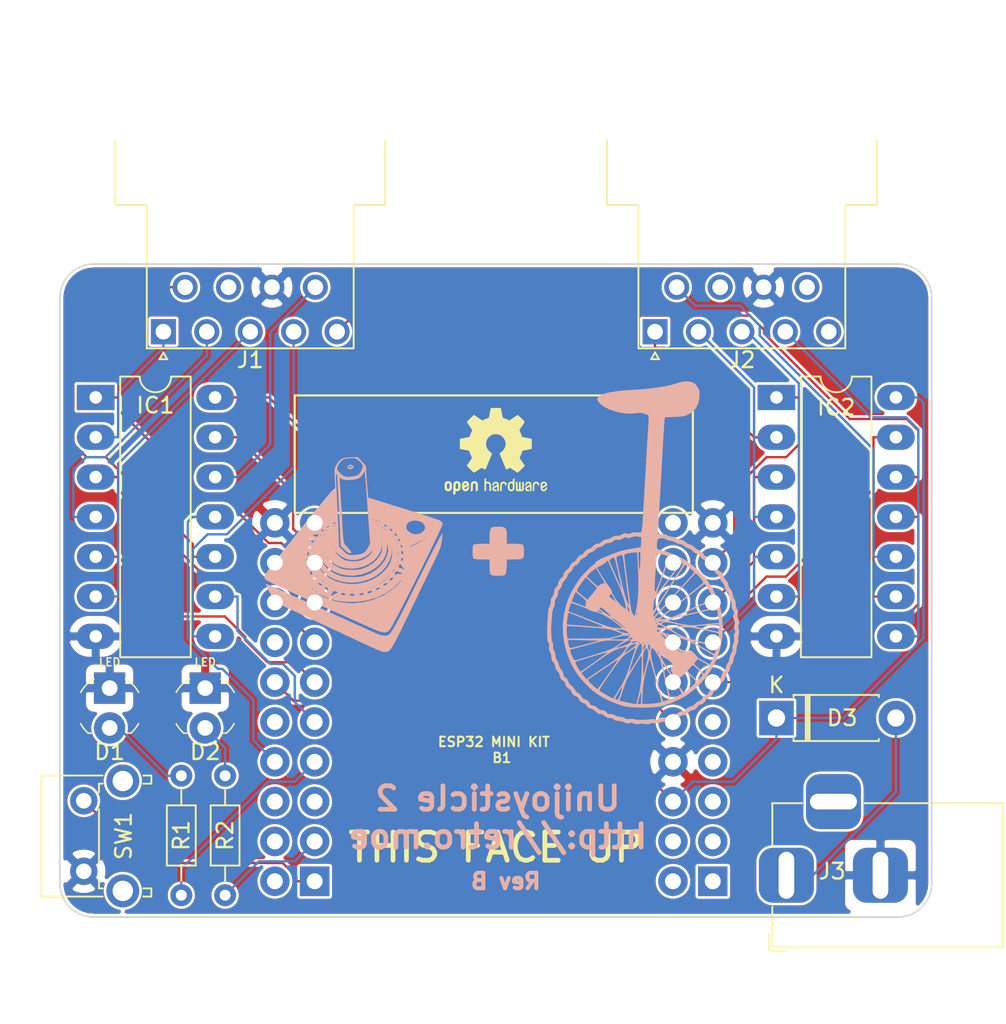
<source format=kicad_pcb>
(kicad_pcb (version 20171130) (host pcbnew "(5.1.0-0)")
  (title_block (title Unijoysticle) (date 2019-03-13) (rev v0.0.1))
  (layers (0 F.Cu signal) (31 B.Cu signal) (34 B.Paste user) (35 F.Paste user) (36 B.SilkS user) (37 F.SilkS user) (38 B.Mask user) (39 F.Mask user) (44 Edge.Cuts user))
  (net 0 "")
  (net 1 GND)
  (net 2 GPIO_J1POTX)
  (net 3 GPIO_J1DOWN)
  (net 4 GPIO_J1UP)
  (net 5 GPIO_J1POTY)
  (net 6 GPIO_J2LEFT)
  (net 7 GPIO_J2FIRE)
  (net 8 GPIO_J2RIGHT)
  (net 9 GPIO_J2DOWN)
  (net 10 GPIO_J2UP)
  (net 11 GPIO_J1FIRE)
  (net 12 GPIO_J1RIGHT)
  (net 13 GPIO_J1LEFT)
  (net 14 J1UP)
  (net 15 J1LEFT)
  (net 16 J1DOWN)
  (net 17 J1RIGHT)
  (net 18 J1POTX)
  (net 19 J1POTY)
  (net 20 J1FIRE)
  (net 21 J2UP)
  (net 22 J2LEFT)
  (net 23 J2DOWN)
  (net 24 J2RIGHT)
  (net 25 J2FIRE)
  (net 26 "Net-(D1-Pad2)")
  (net 27 "Net-(B1-Pad11)")
  (net 28 "Net-(B1-Pad39)")
  (net 29 "Net-(B1-Pad36)")
  (net 30 "Net-(B1-Pad3)")
  (net 31 "Net-(B1-Pad15)")
  (net 32 "Net-(B1-Pad7)")
  (net 33 "Net-(B1-Pad8)")
  (net 34 "Net-(B1-Pad6)")
  (net 35 VDD)
  (net 36 "Net-(B1-Pad4)")
  (net 37 "Net-(B1-Pad34)")
  (net 38 "Net-(B1-Pad22)")
  (net 39 "Net-(B1-Pad21)")
  (net 40 "Net-(J1-Pad7)")
  (net 41 "Net-(J2-Pad5)")
  (net 42 "Net-(J2-Pad7)")
  (net 43 "Net-(J2-Pad9)")
  (net 44 GPIO_SWITCH_JOY)
  (net 45 GPIO_J1LED)
  (net 46 GPIO_J2LED)
  (net 47 "Net-(D2-Pad2)")
  (net 48 "Net-(D3-Pad2)")
  (net 49 "Net-(B1-Pad35)")
  (net 50 "Net-(B1-Pad9)")
  (module Symbol:OSHW-Logo2_7.3x6mm_SilkScreen (layer F.Cu) (at 142.621 86.868)
    (fp_text reference REF** hide)
    (fp_text value OSHW-Logo2_7.3x6mm_SilkScreen hide)
  )
  (module Unijoysticle:BarrelJack_Horizontal (layer F.Cu) (at 161.163 113.919 180)
    (fp_text reference J3 (at -2.921 0.254 180) (layer F.SilkS))
    (fp_text value Barrel_Jack)
    (pad 3 thru_hole roundrect (at -3 4.7 180) (size 3.5 3.5) (drill oval 3 1) (layers *.Cu *.Mask))
    (pad 2 thru_hole roundrect (at -6 0 180) (size 3.5 3.5) (drill oval 1 3) (layers *.Cu *.Mask) (net 1 GND))
    (pad 1 thru_hole roundrect (at 0 0 180) (size 3.5 3.5) (drill oval 1 3) (layers *.Cu *.Mask) (net 48 "Net-(D3-Pad2)"))
  )
  (module Unijoysticle:MH-ET_LIVE_MINIKIT_ESP32 (layer F.Cu) (at 127.254 123.19)
    (fp_text reference B1 (at 15.748 -16.764) (layer F.SilkS) (effects (font (size 0.6096 0.6096) (thickness 0.127))))
    (fp_text value "ESP32 MINI KIT" (at 15.24 -17.78) (layer F.SilkS) (effects (font (size 0.6096 0.6096) (thickness 0.127))))
    (pad 6 thru_hole rect (at 29.21 -8.89) (size 1.8796 1.8796) (drill 1.016) (layers *.Cu *.Mask) (net 34 "Net-(B1-Pad6)"))
    (pad 8 thru_hole circle (at 29.21 -11.43) (size 1.8796 1.8796) (drill 1.016) (layers *.Cu *.Mask) (net 33 "Net-(B1-Pad8)"))
    (pad "" thru_hole circle (at 29.21 -13.97) (size 1.8796 1.8796) (drill 1.016) (layers *.Cu *.Mask))
    (pad 0 thru_hole circle (at 29.21 -16.51) (size 1.8796 1.8796) (drill 1.016) (layers *.Cu *.Mask))
    (pad 4 thru_hole circle (at 29.21 -19.05) (size 1.8796 1.8796) (drill 1.016) (layers *.Cu *.Mask) (net 36 "Net-(B1-Pad4)"))
    (pad 12 thru_hole circle (at 29.21 -21.59) (size 1.8796 1.8796) (drill 1.016) (layers *.Cu *.Mask) (net 7 GPIO_J2FIRE))
    (pad 32 thru_hole circle (at 29.21 -24.13) (size 1.8796 1.8796) (drill 1.016) (layers *.Cu *.Mask) (net 6 GPIO_J2LEFT))
    (pad 25 thru_hole circle (at 29.21 -26.67) (size 1.8796 1.8796) (drill 1.016) (layers *.Cu *.Mask) (net 9 GPIO_J2DOWN))
    (pad 27 thru_hole circle (at 29.21 -29.21) (size 1.8796 1.8796) (drill 1.016) (layers *.Cu *.Mask) (net 10 GPIO_J2UP))
    (pad 1 thru_hole circle (at 29.21 -31.75) (size 1.8796 1.8796) (drill 1.016) (layers *.Cu *.Mask) (net 1 GND))
    (pad 7 thru_hole circle (at 26.67 -8.89) (size 1.8796 1.8796) (drill 1.016) (layers *.Cu *.Mask) (net 32 "Net-(B1-Pad7)"))
    (pad 15 thru_hole circle (at 26.67 -11.43) (size 1.8796 1.8796) (drill 1.016) (layers *.Cu *.Mask) (net 31 "Net-(B1-Pad15)"))
    (pad 2 thru_hole circle (at 26.67 -13.97) (size 1.8796 1.8796) (drill 1.016) (layers *.Cu *.Mask) (net 35 VDD))
    (pad 1 thru_hole circle (at 26.67 -16.51) (size 1.8796 1.8796) (drill 1.016) (layers *.Cu *.Mask) (net 1 GND))
    (pad 16 thru_hole circle (at 26.67 -19.05) (size 1.8796 1.8796) (drill 1.016) (layers *.Cu *.Mask) (net 5 GPIO_J1POTY))
    (pad 17 thru_hole circle (at 26.67 -21.59) (size 1.8796 1.8796) (drill 1.016) (layers *.Cu *.Mask) (net 8 GPIO_J2RIGHT))
    (pad 21 thru_hole circle (at 26.67 -24.13) (size 1.8796 1.8796) (drill 1.016) (layers *.Cu *.Mask) (net 39 "Net-(B1-Pad21)"))
    (pad 22 thru_hole circle (at 26.67 -26.67) (size 1.8796 1.8796) (drill 1.016) (layers *.Cu *.Mask) (net 38 "Net-(B1-Pad22)"))
    (pad 3 thru_hole circle (at 26.67 -29.21) (size 1.8796 1.8796) (drill 1.016) (layers *.Cu *.Mask) (net 30 "Net-(B1-Pad3)"))
    (pad "" thru_hole circle (at 26.67 -31.75) (size 1.8796 1.8796) (drill 1.016) (layers *.Cu *.Mask))
    (pad "" thru_hole circle (at 3.81 -31.75) (size 1.8796 1.8796) (drill 1.016) (layers *.Cu *.Mask))
    (pad 36 thru_hole circle (at 3.81 -29.21) (size 1.8796 1.8796) (drill 1.016) (layers *.Cu *.Mask) (net 29 "Net-(B1-Pad36)"))
    (pad 26 thru_hole circle (at 3.81 -26.67) (size 1.8796 1.8796) (drill 1.016) (layers *.Cu *.Mask) (net 4 GPIO_J1UP))
    (pad 18 thru_hole circle (at 3.81 -24.13) (size 1.8796 1.8796) (drill 1.016) (layers *.Cu *.Mask) (net 3 GPIO_J1DOWN))
    (pad 19 thru_hole circle (at 3.81 -21.59) (size 1.8796 1.8796) (drill 1.016) (layers *.Cu *.Mask) (net 13 GPIO_J1LEFT))
    (pad 23 thru_hole circle (at 3.81 -19.05) (size 1.8796 1.8796) (drill 1.016) (layers *.Cu *.Mask) (net 12 GPIO_J1RIGHT))
    (pad 5 thru_hole circle (at 3.81 -16.51) (size 1.8796 1.8796) (drill 1.016) (layers *.Cu *.Mask) (net 45 GPIO_J1LED))
    (pad "" thru_hole circle (at 3.81 -13.97) (size 1.8796 1.8796) (drill 1.016) (layers *.Cu *.Mask))
    (pad 13 thru_hole circle (at 3.81 -11.43) (size 1.8796 1.8796) (drill 1.016) (layers *.Cu *.Mask) (net 46 GPIO_J2LED))
    (pad 10 thru_hole rect (at 3.81 -8.89) (size 1.8796 1.8796) (drill 1.016) (layers *.Cu *.Mask) (net 44 GPIO_SWITCH_JOY))
    (pad 1 thru_hole circle (at 1.27 -31.75) (size 1.8796 1.8796) (drill 1.016) (layers *.Cu *.Mask) (net 1 GND))
    (pad "" thru_hole circle (at 1.27 -29.21) (size 1.8796 1.8796) (drill 1.016) (layers *.Cu *.Mask))
    (pad 39 thru_hole circle (at 1.27 -26.67) (size 1.8796 1.8796) (drill 1.016) (layers *.Cu *.Mask) (net 28 "Net-(B1-Pad39)"))
    (pad 35 thru_hole circle (at 1.27 -24.13) (size 1.8796 1.8796) (drill 1.016) (layers *.Cu *.Mask) (net 49 "Net-(B1-Pad35)"))
    (pad 33 thru_hole circle (at 1.27 -21.59) (size 1.8796 1.8796) (drill 1.016) (layers *.Cu *.Mask) (net 2 GPIO_J1POTX))
    (pad 34 thru_hole circle (at 1.27 -19.05) (size 1.8796 1.8796) (drill 1.016) (layers *.Cu *.Mask) (net 37 "Net-(B1-Pad34)"))
    (pad 14 thru_hole circle (at 1.27 -16.51) (size 1.8796 1.8796) (drill 1.016) (layers *.Cu *.Mask) (net 11 GPIO_J1FIRE))
    (pad "" thru_hole circle (at 1.27 -13.97) (size 1.8796 1.8796) (drill 1.016) (layers *.Cu *.Mask))
    (pad 9 thru_hole circle (at 1.27 -11.43) (size 1.8796 1.8796) (drill 1.016) (layers *.Cu *.Mask) (net 50 "Net-(B1-Pad9)"))
    (pad 11 thru_hole circle (at 1.27 -8.89) (size 1.8796 1.8796) (drill 1.016) (layers *.Cu *.Mask) (net 27 "Net-(B1-Pad11)"))
  )
  (module Diode_THT:D_DO-41_SOD81_P7.62mm_Horizontal (layer F.Cu) (at 160.528 103.886)
    (fp_text reference D3 (at 4.191 0) (layer F.SilkS))
    (fp_text value 1N4001)
    (fp_text user K (at 0 -2.1) (layer F.SilkS))
    (pad 2 thru_hole oval (at 7.62 0) (size 2.2 2.2) (drill 1.1) (layers *.Cu *.Mask) (net 48 "Net-(D3-Pad2)"))
    (pad 1 thru_hole rect (at 0 0) (size 2.2 2.2) (drill 1.1) (layers *.Cu *.Mask) (net 35 VDD))
  )
  (module Resistor_THT:R_Axial_DIN0204_L3.6mm_D1.6mm_P7.62mm_Horizontal (layer F.Cu) (at 125.349 115.189 90)
    (fp_text reference R2 (at 3.81 0 90) (layer F.SilkS))
    (fp_text value 100)
    (pad 2 thru_hole oval (at 7.62 0 90) (size 1.4 1.4) (drill 0.7) (layers *.Cu *.Mask) (net 47 "Net-(D2-Pad2)"))
    (pad 1 thru_hole circle (at 0 0 90) (size 1.4 1.4) (drill 0.7) (layers *.Cu *.Mask) (net 46 GPIO_J2LED))
  )
  (module Resistor_THT:R_Axial_DIN0204_L3.6mm_D1.6mm_P7.62mm_Horizontal (layer F.Cu) (at 122.555 115.189 90)
    (fp_text reference R1 (at 3.81 0 90) (layer F.SilkS))
    (fp_text value 100)
    (pad 2 thru_hole oval (at 7.62 0 90) (size 1.4 1.4) (drill 0.7) (layers *.Cu *.Mask) (net 26 "Net-(D1-Pad2)"))
    (pad 1 thru_hole circle (at 0 0 90) (size 1.4 1.4) (drill 0.7) (layers *.Cu *.Mask) (net 45 GPIO_J1LED))
  )
  (module digikey-footprints:LED_3mm_Radial (layer F.Cu) (at 117.983 104.521 270)
    (fp_text reference D1 (at 1.524 0) (layer F.SilkS))
    (fp_text value LED (at -4.191 0) (layer F.SilkS) (effects (font (size 0.5 0.5) (thickness 0.1))))
    (pad 2 thru_hole circle (at 0 0 270) (size 2 2) (drill 1) (layers *.Cu *.Mask) (net 26 "Net-(D1-Pad2)"))
    (pad 1 thru_hole rect (at -2.54 0 270) (size 2 2) (drill 1) (layers *.Cu *.Mask) (net 1 GND))
  )
  (module Button_Switch_THT:SW_Tactile_SPST_Angled_PTS645Vx39-2LFS (layer F.Cu) (at 116.332 113.665 90)
    (fp_text reference SW1 (at 2.25 2.54 90) (layer F.SilkS))
    (fp_text value SW_Push)
    (pad "" thru_hole circle (at 5.76 2.49 90) (size 2.1 2.1) (drill 1.3) (layers *.Cu *.Mask))
    (pad 2 thru_hole circle (at 4.5 0 90) (size 1.75 1.75) (drill 0.99) (layers *.Cu *.Mask) (net 44 GPIO_SWITCH_JOY))
    (pad 1 thru_hole circle (at 0 0 90) (size 1.75 1.75) (drill 0.99) (layers *.Cu *.Mask) (net 1 GND))
    (pad "" thru_hole circle (at -1.25 2.49 90) (size 2.1 2.1) (drill 1.3) (layers *.Cu *.Mask))
  )
  (module Connector_Dsub:DSUB-9_Female_Horizontal_P2.77x2.84mm_EdgePinOffset9.40mm (layer F.Cu) (at 121.412 79.248 180)
    (fp_text reference J1 (at -5.54 -1.8 180) (layer F.SilkS))
    (fp_text value DB9_Female)
    (pad 1 thru_hole rect (at 0 0 180) (size 1.6 1.6) (drill 1) (layers *.Cu *.Mask) (net 14 J1UP))
    (pad 2 thru_hole circle (at -2.77 0 180) (size 1.6 1.6) (drill 1) (layers *.Cu *.Mask) (net 16 J1DOWN))
    (pad 3 thru_hole circle (at -5.54 0 180) (size 1.6 1.6) (drill 1) (layers *.Cu *.Mask) (net 15 J1LEFT))
    (pad 4 thru_hole circle (at -8.31 0 180) (size 1.6 1.6) (drill 1) (layers *.Cu *.Mask) (net 17 J1RIGHT))
    (pad 5 thru_hole circle (at -11.08 0 180) (size 1.6 1.6) (drill 1) (layers *.Cu *.Mask) (net 19 J1POTY))
    (pad 6 thru_hole circle (at -1.385 2.84 180) (size 1.6 1.6) (drill 1) (layers *.Cu *.Mask) (net 20 J1FIRE))
    (pad 7 thru_hole circle (at -4.155 2.84 180) (size 1.6 1.6) (drill 1) (layers *.Cu *.Mask) (net 40 "Net-(J1-Pad7)"))
    (pad 8 thru_hole circle (at -6.925 2.84 180) (size 1.6 1.6) (drill 1) (layers *.Cu *.Mask) (net 1 GND))
    (pad 9 thru_hole circle (at -9.695 2.84 180) (size 1.6 1.6) (drill 1) (layers *.Cu *.Mask) (net 18 J1POTX))
  )
  (module Package_DIP:DIP-14_W7.62mm_LongPads (layer F.Cu) (at 160.528 83.439)
    (fp_text reference IC2 (at 3.81 0.635) (layer F.SilkS))
    (fp_text value 7405)
    (pad 14 thru_hole oval (at 7.62 0) (size 2.4 1.6) (drill 0.8) (layers *.Cu *.Mask) (net 35 VDD))
    (pad 7 thru_hole oval (at 0 15.24) (size 2.4 1.6) (drill 0.8) (layers *.Cu *.Mask) (net 1 GND))
    (pad 13 thru_hole oval (at 7.62 2.54) (size 2.4 1.6) (drill 0.8) (layers *.Cu *.Mask) (net 5 GPIO_J1POTY))
    (pad 6 thru_hole oval (at 0 12.7) (size 2.4 1.6) (drill 0.8) (layers *.Cu *.Mask) (net 22 J2LEFT))
    (pad 12 thru_hole oval (at 7.62 5.08) (size 2.4 1.6) (drill 0.8) (layers *.Cu *.Mask) (net 19 J1POTY))
    (pad 5 thru_hole oval (at 0 10.16) (size 2.4 1.6) (drill 0.8) (layers *.Cu *.Mask) (net 6 GPIO_J2LEFT))
    (pad 11 thru_hole oval (at 7.62 7.62) (size 2.4 1.6) (drill 0.8) (layers *.Cu *.Mask) (net 7 GPIO_J2FIRE))
    (pad 4 thru_hole oval (at 0 7.62) (size 2.4 1.6) (drill 0.8) (layers *.Cu *.Mask) (net 23 J2DOWN))
    (pad 10 thru_hole oval (at 7.62 10.16) (size 2.4 1.6) (drill 0.8) (layers *.Cu *.Mask) (net 25 J2FIRE))
    (pad 3 thru_hole oval (at 0 5.08) (size 2.4 1.6) (drill 0.8) (layers *.Cu *.Mask) (net 9 GPIO_J2DOWN))
    (pad 9 thru_hole oval (at 7.62 12.7) (size 2.4 1.6) (drill 0.8) (layers *.Cu *.Mask) (net 8 GPIO_J2RIGHT))
    (pad 2 thru_hole oval (at 0 2.54) (size 2.4 1.6) (drill 0.8) (layers *.Cu *.Mask) (net 21 J2UP))
    (pad 8 thru_hole oval (at 7.62 15.24) (size 2.4 1.6) (drill 0.8) (layers *.Cu *.Mask) (net 24 J2RIGHT))
    (pad 1 thru_hole rect (at 0 0) (size 2.4 1.6) (drill 0.8) (layers *.Cu *.Mask) (net 10 GPIO_J2UP))
  )
  (module Package_DIP:DIP-14_W7.62mm_LongPads (layer F.Cu) (at 117.094 83.439)
    (fp_text reference IC1 (at 3.81 0.508) (layer F.SilkS))
    (fp_text value 7405)
    (pad 1 thru_hole rect (at 0 0) (size 2.4 1.6) (drill 0.8) (layers *.Cu *.Mask) (net 4 GPIO_J1UP))
    (pad 8 thru_hole oval (at 7.62 15.24) (size 2.4 1.6) (drill 0.8) (layers *.Cu *.Mask) (net 17 J1RIGHT))
    (pad 2 thru_hole oval (at 0 2.54) (size 2.4 1.6) (drill 0.8) (layers *.Cu *.Mask) (net 14 J1UP))
    (pad 9 thru_hole oval (at 7.62 12.7) (size 2.4 1.6) (drill 0.8) (layers *.Cu *.Mask) (net 12 GPIO_J1RIGHT))
    (pad 3 thru_hole oval (at 0 5.08) (size 2.4 1.6) (drill 0.8) (layers *.Cu *.Mask) (net 3 GPIO_J1DOWN))
    (pad 10 thru_hole oval (at 7.62 10.16) (size 2.4 1.6) (drill 0.8) (layers *.Cu *.Mask) (net 20 J1FIRE))
    (pad 4 thru_hole oval (at 0 7.62) (size 2.4 1.6) (drill 0.8) (layers *.Cu *.Mask) (net 16 J1DOWN))
    (pad 11 thru_hole oval (at 7.62 7.62) (size 2.4 1.6) (drill 0.8) (layers *.Cu *.Mask) (net 11 GPIO_J1FIRE))
    (pad 5 thru_hole oval (at 0 10.16) (size 2.4 1.6) (drill 0.8) (layers *.Cu *.Mask) (net 13 GPIO_J1LEFT))
    (pad 12 thru_hole oval (at 7.62 5.08) (size 2.4 1.6) (drill 0.8) (layers *.Cu *.Mask) (net 18 J1POTX))
    (pad 6 thru_hole oval (at 0 12.7) (size 2.4 1.6) (drill 0.8) (layers *.Cu *.Mask) (net 15 J1LEFT))
    (pad 13 thru_hole oval (at 7.62 2.54) (size 2.4 1.6) (drill 0.8) (layers *.Cu *.Mask) (net 2 GPIO_J1POTX))
    (pad 7 thru_hole oval (at 0 15.24) (size 2.4 1.6) (drill 0.8) (layers *.Cu *.Mask) (net 1 GND))
    (pad 14 thru_hole oval (at 7.62 0) (size 2.4 1.6) (drill 0.8) (layers *.Cu *.Mask) (net 35 VDD))
  )
  (module digikey-footprints:LED_3mm_Radial (layer F.Cu) (at 124.079 104.521 270)
    (fp_text reference D2 (at 1.524 0) (layer F.SilkS))
    (fp_text value LED (at -4.191 0 180) (layer F.SilkS) (effects (font (size 0.5 0.5) (thickness 0.1))))
    (pad 2 thru_hole circle (at 0 0 270) (size 2 2) (drill 1) (layers *.Cu *.Mask) (net 47 "Net-(D2-Pad2)"))
    (pad 1 thru_hole rect (at -2.54 0 270) (size 2 2) (drill 1) (layers *.Cu *.Mask) (net 1 GND))
  )
  (module Connector_Dsub:DSUB-9_Female_Horizontal_P2.77x2.84mm_EdgePinOffset9.40mm (layer F.Cu) (at 152.781 79.248 180)
    (fp_text reference J2 (at -5.54 -1.8 180) (layer F.SilkS))
    (fp_text value DB9_Female)
    (pad 1 thru_hole rect (at 0 0 180) (size 1.6 1.6) (drill 1) (layers *.Cu *.Mask) (net 21 J2UP))
    (pad 2 thru_hole circle (at -2.77 0 180) (size 1.6 1.6) (drill 1) (layers *.Cu *.Mask) (net 23 J2DOWN))
    (pad 3 thru_hole circle (at -5.54 0 180) (size 1.6 1.6) (drill 1) (layers *.Cu *.Mask) (net 22 J2LEFT))
    (pad 4 thru_hole circle (at -8.31 0 180) (size 1.6 1.6) (drill 1) (layers *.Cu *.Mask) (net 24 J2RIGHT))
    (pad 5 thru_hole circle (at -11.08 0 180) (size 1.6 1.6) (drill 1) (layers *.Cu *.Mask) (net 41 "Net-(J2-Pad5)"))
    (pad 6 thru_hole circle (at -1.385 2.84 180) (size 1.6 1.6) (drill 1) (layers *.Cu *.Mask) (net 25 J2FIRE))
    (pad 7 thru_hole circle (at -4.155 2.84 180) (size 1.6 1.6) (drill 1) (layers *.Cu *.Mask) (net 42 "Net-(J2-Pad7)"))
    (pad 8 thru_hole circle (at -6.925 2.84 180) (size 1.6 1.6) (drill 1) (layers *.Cu *.Mask) (net 1 GND))
    (pad 9 thru_hole circle (at -9.695 2.84 180) (size 1.6 1.6) (drill 1) (layers *.Cu *.Mask) (net 43 "Net-(J2-Pad9)"))
  )
  (module Parts:unijoysticle_logo (layer B.Cu) (at 142.875 93.472 180)
    (fp_text reference G*** hide)
    (fp_text value LOGO hide)
  )
  (gr_text "Rev B" (at 143.256 114.3) (layer B.SilkS) (effects (font (size 1 1) (thickness 0.25)) (justify mirror)))
  (gr_arc (start 168.275 114.427) (end 168.275 116.586) (angle -90) (layer Edge.Cuts) (width 0.1))
  (gr_arc (start 116.967 114.427) (end 114.808 114.427) (angle -90) (layer Edge.Cuts) (width 0.1))
  (gr_arc (start 168.275 77.089) (end 170.434 77.089) (angle -90) (layer Edge.Cuts) (width 0.1))
  (gr_arc (start 116.967 77.089) (end 116.967 74.93) (angle -90) (layer Edge.Cuts) (width 0.1))
  (gr_text "THIS FACE UP" (at 142.621 112.141) (layer F.SilkS) (effects (font (size 1.8 1.8) (thickness 0.3))))
  (gr_text "Unijoysticle 2\nhttp://retro.moe" (at 142.748 110.236) (layer B.SilkS) (effects (font (size 1.5 1.5) (thickness 0.3)) (justify mirror)))
  (gr_line (start 116.967 116.586) (end 168.275 116.586) (layer Edge.Cuts) (width 0.1))
  (gr_line (start 114.808 77.089) (end 114.808 114.427) (layer Edge.Cuts) (width 0.1))
  (gr_line (start 168.275 74.93) (end 116.967 74.93) (layer Edge.Cuts) (width 0.1))
  (gr_line (start 170.434 77.089) (end 170.434 114.427) (layer Edge.Cuts) (width 0.1))
  (segment (start 124.714 85.979) (end 126.1429 85.979) (width 0.1524) (layer F.Cu) (net 2))
  (segment (start 126.1429 85.979) (end 129.6928 89.5289) (width 0.1524) (layer F.Cu) (net 2))
  (segment (start 129.6928 89.5289) (end 129.6928 91.8211) (width 0.1524) (layer F.Cu) (net 2))
  (segment (start 129.6928 91.8211) (end 130.5817 92.71) (width 0.1524) (layer F.Cu) (net 2))
  (segment (start 130.5817 92.71) (end 131.5105 92.71) (width 0.1524) (layer F.Cu) (net 2))
  (segment (start 131.5105 92.71) (end 132.2343 93.4338) (width 0.1524) (layer F.Cu) (net 2))
  (segment (start 132.2343 93.4338) (end 132.2343 102.1757) (width 0.1524) (layer F.Cu) (net 2))
  (segment (start 132.2343 102.1757) (end 131.6268 102.7832) (width 0.1524) (layer F.Cu) (net 2))
  (segment (start 131.6268 102.7832) (end 129.7072 102.7832) (width 0.1524) (layer F.Cu) (net 2))
  (segment (start 129.7072 102.7832) (end 128.524 101.6) (width 0.1524) (layer F.Cu) (net 2))
  (segment (start 117.094 88.519) (end 118.5229 88.519) (width 0.1524) (layer F.Cu) (net 3))
  (segment (start 118.5229 88.519) (end 118.5229 89.3228) (width 0.1524) (layer F.Cu) (net 3))
  (segment (start 118.5229 89.3228) (end 124.1743 94.9742) (width 0.1524) (layer F.Cu) (net 3))
  (segment (start 124.1743 94.9742) (end 125.4688 94.9742) (width 0.1524) (layer F.Cu) (net 3))
  (segment (start 125.4688 94.9742) (end 126.4481 95.9535) (width 0.1524) (layer F.Cu) (net 3))
  (segment (start 126.4481 95.9535) (end 126.4481 96.097) (width 0.1524) (layer F.Cu) (net 3))
  (segment (start 126.4481 96.097) (end 128.1411 97.79) (width 0.1524) (layer F.Cu) (net 3))
  (segment (start 128.1411 97.79) (end 129.794 97.79) (width 0.1524) (layer F.Cu) (net 3))
  (segment (start 129.794 97.79) (end 131.064 99.06) (width 0.1524) (layer F.Cu) (net 3))
  (segment (start 117.094 83.439) (end 118.5229 83.439) (width 0.1524) (layer F.Cu) (net 4))
  (segment (start 118.5229 83.439) (end 118.5229 84.2107) (width 0.1524) (layer F.Cu) (net 4))
  (segment (start 118.5229 84.2107) (end 124.1012 89.789) (width 0.1524) (layer F.Cu) (net 4))
  (segment (start 124.1012 89.789) (end 125.3049 89.789) (width 0.1524) (layer F.Cu) (net 4))
  (segment (start 125.3049 89.789) (end 126.143 90.6271) (width 0.1524) (layer F.Cu) (net 4))
  (segment (start 126.143 90.6271) (end 126.143 90.7431) (width 0.1524) (layer F.Cu) (net 4))
  (segment (start 126.143 90.7431) (end 128.1215 92.7216) (width 0.1524) (layer F.Cu) (net 4))
  (segment (start 128.1215 92.7216) (end 128.9355 92.7216) (width 0.1524) (layer F.Cu) (net 4))
  (segment (start 128.9355 92.7216) (end 129.794 93.5801) (width 0.1524) (layer F.Cu) (net 4))
  (segment (start 129.794 93.5801) (end 129.794 95.25) (width 0.1524) (layer F.Cu) (net 4))
  (segment (start 129.794 95.25) (end 131.064 96.52) (width 0.1524) (layer F.Cu) (net 4))
  (segment (start 168.148 85.979) (end 166.7191 85.979) (width 0.1524) (layer F.Cu) (net 5))
  (segment (start 166.7191 85.979) (end 166.7191 89.2813) (width 0.1524) (layer F.Cu) (net 5))
  (segment (start 166.7191 89.2813) (end 161.1314 94.869) (width 0.1524) (layer F.Cu) (net 5))
  (segment (start 161.1314 94.869) (end 159.8886 94.869) (width 0.1524) (layer F.Cu) (net 5))
  (segment (start 159.8886 94.869) (end 156.8664 97.8912) (width 0.1524) (layer F.Cu) (net 5))
  (segment (start 156.8664 97.8912) (end 155.957 97.8912) (width 0.1524) (layer F.Cu) (net 5))
  (segment (start 155.957 97.8912) (end 155.194 98.6542) (width 0.1524) (layer F.Cu) (net 5))
  (segment (start 155.194 98.6542) (end 155.194 99.4709) (width 0.1524) (layer F.Cu) (net 5))
  (segment (start 155.194 99.4709) (end 154.3347 100.3302) (width 0.1524) (layer F.Cu) (net 5))
  (segment (start 154.3347 100.3302) (end 153.5361 100.3302) (width 0.1524) (layer F.Cu) (net 5))
  (segment (start 153.5361 100.3302) (end 152.7372 101.1291) (width 0.1524) (layer F.Cu) (net 5))
  (segment (start 152.7372 101.1291) (end 152.7372 102.9532) (width 0.1524) (layer F.Cu) (net 5))
  (segment (start 152.7372 102.9532) (end 153.924 104.14) (width 0.1524) (layer F.Cu) (net 5))
  (segment (start 160.528 93.599) (end 159.0991 93.599) (width 0.1524) (layer B.Cu) (net 6))
  (segment (start 159.0991 93.599) (end 159.0991 96.4249) (width 0.1524) (layer B.Cu) (net 6))
  (segment (start 159.0991 96.4249) (end 156.464 99.06) (width 0.1524) (layer B.Cu) (net 6))
  (segment (start 168.148 91.059) (end 169.5769 91.059) (width 0.1524) (layer F.Cu) (net 7))
  (segment (start 169.5769 91.059) (end 169.5769 96.6269) (width 0.1524) (layer F.Cu) (net 7))
  (segment (start 169.5769 96.6269) (end 168.7948 97.409) (width 0.1524) (layer F.Cu) (net 7))
  (segment (start 168.7948 97.409) (end 167.2952 97.409) (width 0.1524) (layer F.Cu) (net 7))
  (segment (start 167.2952 97.409) (end 163.1042 101.6) (width 0.1524) (layer F.Cu) (net 7))
  (segment (start 163.1042 101.6) (end 156.464 101.6) (width 0.1524) (layer F.Cu) (net 7))
  (segment (start 168.148 96.139) (end 166.7191 96.139) (width 0.1524) (layer F.Cu) (net 8))
  (segment (start 166.7191 96.139) (end 162.5281 100.33) (width 0.1524) (layer F.Cu) (net 8))
  (segment (start 162.5281 100.33) (end 155.194 100.33) (width 0.1524) (layer F.Cu) (net 8))
  (segment (start 155.194 100.33) (end 153.924 101.6) (width 0.1524) (layer F.Cu) (net 8))
  (segment (start 160.528 88.519) (end 159.0991 88.519) (width 0.1524) (layer F.Cu) (net 9))
  (segment (start 159.0991 88.519) (end 159.0991 93.8849) (width 0.1524) (layer F.Cu) (net 9))
  (segment (start 159.0991 93.8849) (end 156.464 96.52) (width 0.1524) (layer F.Cu) (net 9))
  (segment (start 160.528 83.439) (end 161.9569 83.439) (width 0.1524) (layer F.Cu) (net 10))
  (segment (start 161.9569 83.439) (end 161.9569 86.4363) (width 0.1524) (layer F.Cu) (net 10))
  (segment (start 161.9569 86.4363) (end 161.1442 87.249) (width 0.1524) (layer F.Cu) (net 10))
  (segment (start 161.1442 87.249) (end 159.8956 87.249) (width 0.1524) (layer F.Cu) (net 10))
  (segment (start 159.8956 87.249) (end 157.8352 89.3094) (width 0.1524) (layer F.Cu) (net 10))
  (segment (start 157.8352 89.3094) (end 157.8352 92.6088) (width 0.1524) (layer F.Cu) (net 10))
  (segment (start 157.8352 92.6088) (end 156.464 93.98) (width 0.1524) (layer F.Cu) (net 10))
  (segment (start 124.714 91.059) (end 123.2851 91.059) (width 0.1524) (layer B.Cu) (net 11))
  (segment (start 123.2851 91.059) (end 122.968 91.3761) (width 0.1524) (layer B.Cu) (net 11))
  (segment (start 122.968 91.3761) (end 122.968 98.8352) (width 0.1524) (layer B.Cu) (net 11))
  (segment (start 122.968 98.8352) (end 124.8849 100.7521) (width 0.1524) (layer B.Cu) (net 11))
  (segment (start 124.8849 100.7521) (end 125.1738 100.7521) (width 0.1524) (layer B.Cu) (net 11))
  (segment (start 125.1738 100.7521) (end 127.1528 102.7311) (width 0.1524) (layer B.Cu) (net 11))
  (segment (start 127.1528 102.7311) (end 127.1528 105.3088) (width 0.1524) (layer B.Cu) (net 11))
  (segment (start 127.1528 105.3088) (end 128.524 106.68) (width 0.1524) (layer B.Cu) (net 11))
  (segment (start 124.714 96.139) (end 126.1429 96.139) (width 0.1524) (layer B.Cu) (net 12))
  (segment (start 126.1429 96.139) (end 126.1429 98.3359) (width 0.1524) (layer B.Cu) (net 12))
  (segment (start 126.1429 98.3359) (end 128.2382 100.4312) (width 0.1524) (layer B.Cu) (net 12))
  (segment (start 128.2382 100.4312) (end 129.031 100.4312) (width 0.1524) (layer B.Cu) (net 12))
  (segment (start 129.031 100.4312) (end 129.794 101.1942) (width 0.1524) (layer B.Cu) (net 12))
  (segment (start 129.794 101.1942) (end 129.794 102.87) (width 0.1524) (layer B.Cu) (net 12))
  (segment (start 129.794 102.87) (end 131.064 104.14) (width 0.1524) (layer B.Cu) (net 12))
  (segment (start 117.094 93.599) (end 118.5229 93.599) (width 0.1524) (layer F.Cu) (net 13))
  (segment (start 118.5229 93.599) (end 122.3329 97.409) (width 0.1524) (layer F.Cu) (net 13))
  (segment (start 122.3329 97.409) (end 125.3355 97.409) (width 0.1524) (layer F.Cu) (net 13))
  (segment (start 125.3355 97.409) (end 126.6309 98.7044) (width 0.1524) (layer F.Cu) (net 13))
  (segment (start 126.6309 98.7044) (end 126.6309 98.9077) (width 0.1524) (layer F.Cu) (net 13))
  (segment (start 126.6309 98.9077) (end 128.0532 100.33) (width 0.1524) (layer F.Cu) (net 13))
  (segment (start 128.0532 100.33) (end 129.794 100.33) (width 0.1524) (layer F.Cu) (net 13))
  (segment (start 129.794 100.33) (end 131.064 101.6) (width 0.1524) (layer F.Cu) (net 13))
  (segment (start 121.412 79.248) (end 121.412 80.2769) (width 0.1524) (layer B.Cu) (net 14))
  (segment (start 117.094 85.979) (end 118.5229 85.979) (width 0.1524) (layer B.Cu) (net 14))
  (segment (start 118.5229 85.979) (end 118.5229 83.166) (width 0.1524) (layer B.Cu) (net 14))
  (segment (start 118.5229 83.166) (end 121.412 80.2769) (width 0.1524) (layer B.Cu) (net 14))
  (segment (start 117.094 96.139) (end 118.5229 96.139) (width 0.1524) (layer B.Cu) (net 15))
  (segment (start 118.5229 96.139) (end 118.5229 87.6771) (width 0.1524) (layer B.Cu) (net 15))
  (segment (start 118.5229 87.6771) (end 126.952 79.248) (width 0.1524) (layer B.Cu) (net 15))
  (segment (start 117.094 91.059) (end 115.6651 91.059) (width 0.1524) (layer B.Cu) (net 16))
  (segment (start 115.6651 91.059) (end 115.6651 88.06) (width 0.1524) (layer B.Cu) (net 16))
  (segment (start 115.6651 88.06) (end 116.4734 87.2517) (width 0.1524) (layer B.Cu) (net 16))
  (segment (start 116.4734 87.2517) (end 117.7087 87.2517) (width 0.1524) (layer B.Cu) (net 16))
  (segment (start 117.7087 87.2517) (end 124.182 80.7784) (width 0.1524) (layer B.Cu) (net 16))
  (segment (start 124.182 80.7784) (end 124.182 79.248) (width 0.1524) (layer B.Cu) (net 16))
  (segment (start 124.714 98.679) (end 123.2851 98.679) (width 0.1524) (layer B.Cu) (net 17))
  (segment (start 123.2851 98.679) (end 123.2851 93.1159) (width 0.1524) (layer B.Cu) (net 17))
  (segment (start 123.2851 93.1159) (end 124.2329 92.1681) (width 0.1524) (layer B.Cu) (net 17))
  (segment (start 124.2329 92.1681) (end 125.464 92.1681) (width 0.1524) (layer B.Cu) (net 17))
  (segment (start 125.464 92.1681) (end 129.722 87.9101) (width 0.1524) (layer B.Cu) (net 17))
  (segment (start 129.722 87.9101) (end 129.722 79.248) (width 0.1524) (layer B.Cu) (net 17))
  (segment (start 124.714 88.519) (end 126.1429 88.519) (width 0.1524) (layer B.Cu) (net 18))
  (segment (start 126.1429 88.519) (end 128.229 86.4329) (width 0.1524) (layer B.Cu) (net 18))
  (segment (start 128.229 86.4329) (end 128.229 79.286) (width 0.1524) (layer B.Cu) (net 18))
  (segment (start 128.229 79.286) (end 131.107 76.408) (width 0.1524) (layer B.Cu) (net 18))
  (segment (start 168.148 88.519) (end 169.5769 88.519) (width 0.1524) (layer F.Cu) (net 19))
  (segment (start 169.5769 88.519) (end 169.5769 85.5496) (width 0.1524) (layer F.Cu) (net 19))
  (segment (start 169.5769 85.5496) (end 168.8415 84.8142) (width 0.1524) (layer F.Cu) (net 19))
  (segment (start 168.8415 84.8142) (end 165.202 84.8142) (width 0.1524) (layer F.Cu) (net 19))
  (segment (start 165.202 84.8142) (end 159.7425 79.3547) (width 0.1524) (layer F.Cu) (net 19))
  (segment (start 159.7425 79.3547) (end 159.7425 79.1358) (width 0.1524) (layer F.Cu) (net 19))
  (segment (start 159.7425 79.1358) (end 158.8257 78.219) (width 0.1524) (layer F.Cu) (net 19))
  (segment (start 158.8257 78.219) (end 133.521 78.219) (width 0.1524) (layer F.Cu) (net 19))
  (segment (start 133.521 78.219) (end 132.492 79.248) (width 0.1524) (layer F.Cu) (net 19))
  (segment (start 124.714 93.599) (end 123.2851 93.599) (width 0.1524) (layer F.Cu) (net 20))
  (segment (start 123.2851 93.599) (end 123.2851 92.7952) (width 0.1524) (layer F.Cu) (net 20))
  (segment (start 123.2851 92.7952) (end 117.7389 87.249) (width 0.1524) (layer F.Cu) (net 20))
  (segment (start 117.7389 87.249) (end 116.5084 87.249) (width 0.1524) (layer F.Cu) (net 20))
  (segment (start 116.5084 87.249) (end 115.665 86.4056) (width 0.1524) (layer F.Cu) (net 20))
  (segment (start 115.665 86.4056) (end 115.665 82.4504) (width 0.1524) (layer F.Cu) (net 20))
  (segment (start 115.665 82.4504) (end 121.7074 76.408) (width 0.1524) (layer F.Cu) (net 20))
  (segment (start 121.7074 76.408) (end 122.797 76.408) (width 0.1524) (layer F.Cu) (net 20))
  (segment (start 152.781 79.248) (end 152.781 80.2769) (width 0.1524) (layer F.Cu) (net 21))
  (segment (start 160.528 85.979) (end 159.0991 85.979) (width 0.1524) (layer F.Cu) (net 21))
  (segment (start 159.0991 85.979) (end 153.397 80.2769) (width 0.1524) (layer F.Cu) (net 21))
  (segment (start 153.397 80.2769) (end 152.781 80.2769) (width 0.1524) (layer F.Cu) (net 21))
  (segment (start 160.528 96.139) (end 161.9569 96.139) (width 0.1524) (layer B.Cu) (net 22))
  (segment (start 161.9569 96.139) (end 161.9569 82.5442) (width 0.1524) (layer B.Cu) (net 22))
  (segment (start 161.9569 82.5442) (end 158.6607 79.248) (width 0.1524) (layer B.Cu) (net 22))
  (segment (start 158.6607 79.248) (end 158.321 79.248) (width 0.1524) (layer B.Cu) (net 22))
  (segment (start 160.528 91.059) (end 159.0991 91.059) (width 0.1524) (layer B.Cu) (net 23))
  (segment (start 159.0991 91.059) (end 159.0991 82.7961) (width 0.1524) (layer B.Cu) (net 23))
  (segment (start 159.0991 82.7961) (end 155.551 79.248) (width 0.1524) (layer B.Cu) (net 23))
  (segment (start 168.148 98.679) (end 169.5769 98.679) (width 0.1524) (layer B.Cu) (net 24))
  (segment (start 169.5769 98.679) (end 169.5769 85.4846) (width 0.1524) (layer B.Cu) (net 24))
  (segment (start 169.5769 85.4846) (end 168.8013 84.709) (width 0.1524) (layer B.Cu) (net 24))
  (segment (start 168.8013 84.709) (end 166.552 84.709) (width 0.1524) (layer B.Cu) (net 24))
  (segment (start 166.552 84.709) (end 161.091 79.248) (width 0.1524) (layer B.Cu) (net 24))
  (segment (start 168.148 93.599) (end 166.7191 93.599) (width 0.1524) (layer B.Cu) (net 25))
  (segment (start 166.7191 93.599) (end 166.7191 86.7557) (width 0.1524) (layer B.Cu) (net 25))
  (segment (start 166.7191 86.7557) (end 159.4588 79.4954) (width 0.1524) (layer B.Cu) (net 25))
  (segment (start 159.4588 79.4954) (end 159.4588 78.8572) (width 0.1524) (layer B.Cu) (net 25))
  (segment (start 159.4588 78.8572) (end 158.1912 77.5896) (width 0.1524) (layer B.Cu) (net 25))
  (segment (start 158.1912 77.5896) (end 155.3476 77.5896) (width 0.1524) (layer B.Cu) (net 25))
  (segment (start 155.3476 77.5896) (end 154.166 76.408) (width 0.1524) (layer B.Cu) (net 25))
  (segment (start 122.555 107.569) (end 121.6261 107.569) (width 0.1524) (layer B.Cu) (net 26))
  (segment (start 117.983 104.521) (end 118.5781 104.521) (width 0.1524) (layer B.Cu) (net 26))
  (segment (start 118.5781 104.521) (end 121.6261 107.569) (width 0.1524) (layer B.Cu) (net 26))
  (segment (start 160.528 103.886) (end 160.528 105.2149) (width 0.1524) (layer B.Cu) (net 35))
  (segment (start 160.528 105.2149) (end 157.7929 107.95) (width 0.1524) (layer B.Cu) (net 35))
  (segment (start 157.7929 107.95) (end 155.194 107.95) (width 0.1524) (layer B.Cu) (net 35))
  (segment (start 155.194 107.95) (end 153.924 109.22) (width 0.1524) (layer B.Cu) (net 35))
  (segment (start 169.5769 83.439) (end 169.9105 83.7726) (width 0.1524) (layer B.Cu) (net 35))
  (segment (start 169.9105 83.7726) (end 169.9105 98.7792) (width 0.1524) (layer B.Cu) (net 35))
  (segment (start 169.9105 98.7792) (end 164.8037 103.886) (width 0.1524) (layer B.Cu) (net 35))
  (segment (start 164.8037 103.886) (end 160.528 103.886) (width 0.1524) (layer B.Cu) (net 35))
  (segment (start 124.714 83.439) (end 128.143 83.439) (width 0.1524) (layer F.Cu) (net 35))
  (segment (start 128.143 83.439) (end 153.924 109.22) (width 0.1524) (layer F.Cu) (net 35))
  (segment (start 168.148 83.439) (end 169.5769 83.439) (width 0.1524) (layer B.Cu) (net 35))
  (segment (start 131.064 114.3) (end 129.8953 114.3) (width 0.1524) (layer F.Cu) (net 44))
  (segment (start 116.332 109.165) (end 120.2983 113.1313) (width 0.1524) (layer F.Cu) (net 44))
  (segment (start 120.2983 113.1313) (end 129.0189 113.1313) (width 0.1524) (layer F.Cu) (net 44))
  (segment (start 129.0189 113.1313) (end 129.8953 114.0077) (width 0.1524) (layer F.Cu) (net 44))
  (segment (start 129.8953 114.0077) (end 129.8953 114.3) (width 0.1524) (layer F.Cu) (net 44))
  (segment (start 122.555 115.189) (end 122.555 113.4945) (width 0.1524) (layer B.Cu) (net 45))
  (segment (start 122.555 113.4945) (end 128.0995 107.95) (width 0.1524) (layer B.Cu) (net 45))
  (segment (start 128.0995 107.95) (end 129.794 107.95) (width 0.1524) (layer B.Cu) (net 45))
  (segment (start 129.794 107.95) (end 131.064 106.68) (width 0.1524) (layer B.Cu) (net 45))
  (segment (start 125.349 115.189) (end 127.508 113.03) (width 0.1524) (layer B.Cu) (net 46))
  (segment (start 127.508 113.03) (end 129.794 113.03) (width 0.1524) (layer B.Cu) (net 46))
  (segment (start 129.794 113.03) (end 131.064 111.76) (width 0.1524) (layer B.Cu) (net 46))
  (segment (start 124.079 104.521) (end 125.349 105.791) (width 0.1524) (layer B.Cu) (net 47))
  (segment (start 125.349 105.791) (end 125.349 107.569) (width 0.1524) (layer B.Cu) (net 47))
  (segment (start 168.148 103.886) (end 168.148 108.6186) (width 0.1524) (layer B.Cu) (net 48))
  (segment (start 168.148 108.6186) (end 162.8476 113.919) (width 0.1524) (layer B.Cu) (net 48))
  (segment (start 162.8476 113.919) (end 161.163 113.919) (width 0.1524) (layer B.Cu) (net 48))
  (zone (net 1) (net_name GND) (layer B.Cu) (connect_pads thru_hole_only (clearance 0.17)) (min_thickness 0.254) (fill yes (arc_segments 16) (thermal_gap 0.508) (thermal_bridge_width 0.508) (smoothing fillet) (radius 3))
    (polygon (pts (xy 113.538 118.618) (xy 113.538 74.422) (xy 171.45 74.422) (xy 171.704 118.618)))
  )
  (zone (net 1) (net_name GND) (layer F.Cu) (connect_pads thru_hole_only (clearance 0.17)) (min_thickness 0.254) (fill yes (arc_segments 16) (thermal_gap 0.508) (thermal_bridge_width 0.508) (smoothing fillet) (radius 3))
    (polygon (pts (xy 113.792 74.676) (xy 113.538 118.618) (xy 171.704 118.618) (xy 171.45 74.676)))
  )
)
</source>
